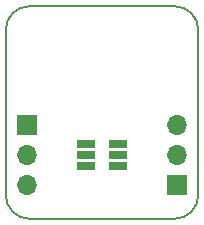
<source format=gbr>
G04 #@! TF.GenerationSoftware,KiCad,Pcbnew,5.1.6-c6e7f7d~86~ubuntu20.04.1*
G04 #@! TF.CreationDate,2020-05-17T01:14:59+03:00*
G04 #@! TF.ProjectId,BRK-SOT-23-6,42524b2d-534f-4542-9d32-332d362e6b69,v1.1*
G04 #@! TF.SameCoordinates,Original*
G04 #@! TF.FileFunction,Soldermask,Top*
G04 #@! TF.FilePolarity,Negative*
%FSLAX46Y46*%
G04 Gerber Fmt 4.6, Leading zero omitted, Abs format (unit mm)*
G04 Created by KiCad (PCBNEW 5.1.6-c6e7f7d~86~ubuntu20.04.1) date 2020-05-17 01:14:59*
%MOMM*%
%LPD*%
G01*
G04 APERTURE LIST*
G04 #@! TA.AperFunction,Profile*
%ADD10C,0.150000*%
G04 #@! TD*
%ADD11R,1.560000X0.650000*%
%ADD12O,1.700000X1.700000*%
%ADD13R,1.700000X1.700000*%
G04 APERTURE END LIST*
D10*
X53000000Y-68000000D02*
G75*
G02*
X51000000Y-66000000I0J2000000D01*
G01*
X67300000Y-66000000D02*
G75*
G02*
X65300000Y-68000000I-2000000J0D01*
G01*
X65300000Y-50000000D02*
G75*
G02*
X67300000Y-52000000I0J-2000000D01*
G01*
X51000000Y-52000000D02*
G75*
G02*
X53000000Y-50000000I2000000J0D01*
G01*
X65300000Y-68000000D02*
X53000000Y-68000000D01*
X67300000Y-52000000D02*
X67300000Y-66000000D01*
X53000000Y-50000000D02*
X65300000Y-50000000D01*
X51000000Y-66000000D02*
X51000000Y-52000000D01*
D11*
X60500000Y-62600000D03*
X60500000Y-61650000D03*
X60500000Y-63550000D03*
X57800000Y-63550000D03*
X57800000Y-62600000D03*
X57800000Y-61650000D03*
D12*
X65500000Y-60100000D03*
X65500000Y-62640000D03*
D13*
X65500000Y-65180000D03*
D12*
X52800000Y-65180000D03*
X52800000Y-62640000D03*
D13*
X52800000Y-60100000D03*
M02*

</source>
